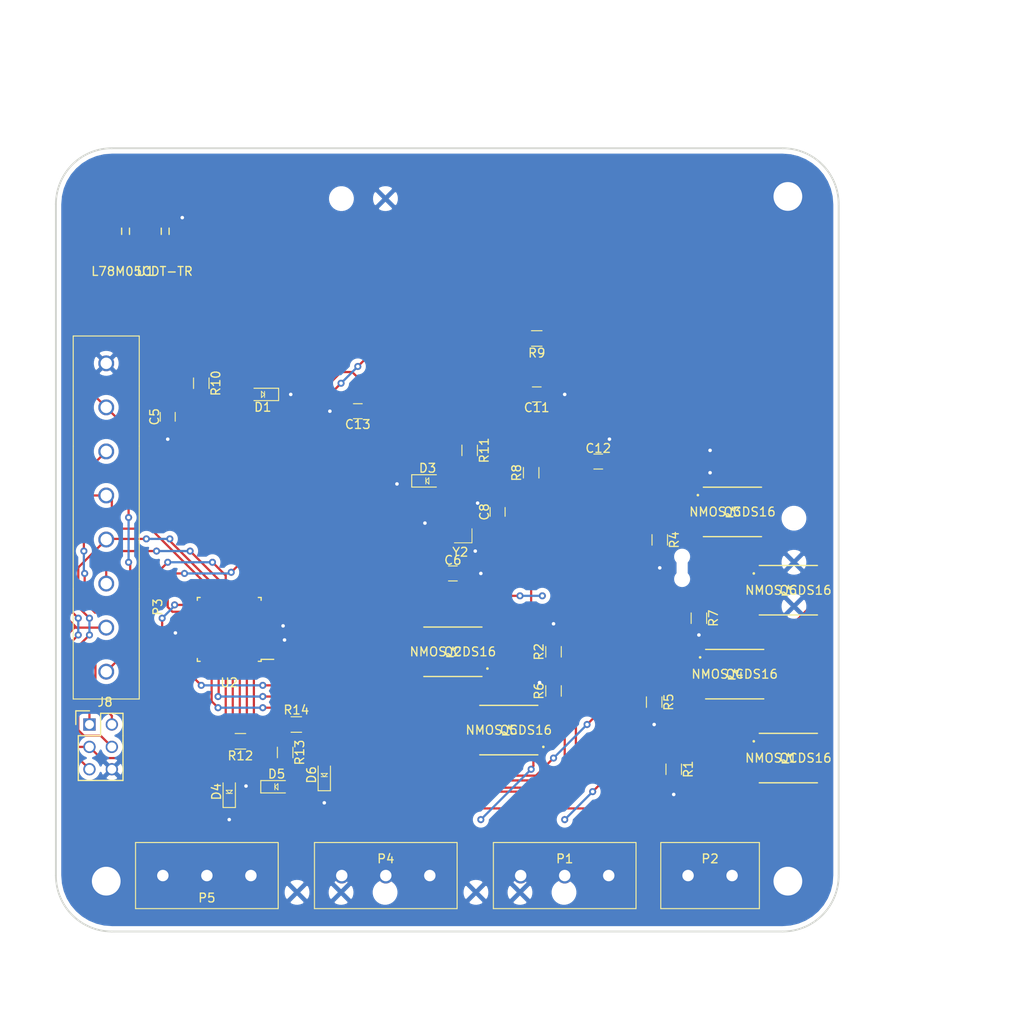
<source format=kicad_pcb>
(kicad_pcb (version 20171130) (host pcbnew 5.1.4-e60b266~84~ubuntu18.04.1)
  (layers (0 F.Cu signal) (31 B.Cu signal) (34 B.Paste user) (35 F.Paste user) (36 B.SilkS user) (37 F.SilkS user) (38 B.Mask user) (39 F.Mask user) (44 Edge.Cuts user))
  (net 0 "")
  (net 1 GND)
  (net 2 VCC)
  (net 3 /12V)
  (net 4 "Net-(C6-Pad1)")
  (net 5 "Net-(C8-Pad1)")
  (net 6 "Net-(C11-Pad2)")
  (net 7 "Net-(D1-Pad2)")
  (net 8 "Net-(D3-Pad2)")
  (net 9 "Net-(D4-Pad2)")
  (net 10 "Net-(D5-Pad2)")
  (net 11 "Net-(D6-Pad2)")
  (net 12 /MOSI)
  (net 13 /SCK)
  (net 14 /RESET)
  (net 15 /MISO)
  (net 16 /CS)
  (net 17 "/G0(IRQ)")
  (net 18 /ctrl_pin_1-1)
  (net 19 /ctrl_pin_2-1)
  (net 20 /ctrl_pin_3-1)
  (net 21 /ctrl_pin_1-2)
  (net 22 /ctrl_pin_2-2)
  (net 23 /ctrl_pin_3-2)
  (net 24 /PLED1)
  (net 25 /PLED2)
  (net 26 /PLED3)
  (net 27 /12V_Switch)
  (net 28 /12V_Solenoid1)
  (net 29 /12V_Solenoid2)
  (net 30 /12V_Solenoid3)
  (module footprints:Mounting_Hole_4-40 (layer F.Cu) (at 108.585 132.715)
    (fp_text reference REF** hide)
    (fp_text value Mounting_Hole_4-40 hide)
    (pad 1 thru_hole circle (at 0 0) (size 4.6482 4.6482) (drill 3.2639) (layers *.Cu *.Mask))
  )
  (module footprints:Mounting_Hole_4-40 (layer F.Cu) (at 186 132.715)
    (fp_text reference REF** hide)
    (fp_text value Mounting_Hole_4-40 hide)
    (pad 1 thru_hole circle (at 0 0) (size 4.6482 4.6482) (drill 3.2639) (layers *.Cu *.Mask))
  )
  (module footprints:Mounting_Hole_4-40 (layer F.Cu) (at 186 55)
    (fp_text reference REF** hide)
    (fp_text value Mounting_Hole_4-40 hide)
    (pad 1 thru_hole circle (at 0 0) (size 4.6482 4.6482) (drill 3.2639) (layers *.Cu *.Mask))
  )
  (module footprints:Pin_Header_Straight_2x03 (layer F.Cu) (at 106.68 114.935)
    (fp_text reference J8 (at 1.778 -2.54) (layer F.SilkS))
    (fp_text value CONN_02X03 hide)
    (pad 1 thru_hole rect (at 0 0) (size 1.4 1.4) (drill 1.016) (layers *.Cu *.Mask) (net 15 /MISO))
    (pad 2 thru_hole circle (at 2.54 0) (size 1.4 1.4) (drill 1.016) (layers *.Cu *.Mask) (net 2 VCC))
    (pad 3 thru_hole circle (at 0 2.54) (size 1.4 1.4) (drill 1.016) (layers *.Cu *.Mask) (net 13 /SCK))
    (pad 4 thru_hole circle (at 2.54 2.54) (size 1.4 1.4) (drill 1.016) (layers *.Cu *.Mask) (net 12 /MOSI))
    (pad 5 thru_hole circle (at 0 5.08) (size 1.4 1.4) (drill 1.016) (layers *.Cu *.Mask) (net 14 /RESET))
    (pad 6 thru_hole circle (at 2.54 5.08) (size 1.4 1.4) (drill 1.016) (layers *.Cu *.Mask) (net 1 GND))
  )
  (module footprints:OSTTC030162 (layer F.Cu) (at 120.015 132.08)
    (fp_text reference P5 (at 0 2.54) (layer F.SilkS))
    (fp_text value OSTTC03)
    (pad 2 thru_hole circle (at 0 0) (size 1.8 1.8) (drill 1.3) (layers *.Cu *.Mask) (net 1 GND))
    (pad 3 thru_hole circle (at 5 0) (size 1.8 1.8) (drill 1.3) (layers *.Cu *.Mask) (net 1 GND))
    (pad 1 thru_hole circle (at -5 0) (size 1.8 1.8) (drill 1.3) (layers *.Cu *.Mask) (net 30 /12V_Solenoid3))
  )
  (module footprints:OSTTC030162 (layer F.Cu) (at 140.335 132.08 180)
    (fp_text reference P4 (at 0 1.905) (layer F.SilkS))
    (fp_text value OSTTC03)
    (pad 2 thru_hole circle (at 0 0 180) (size 1.8 1.8) (drill 1.3) (layers *.Cu *.Mask) (net 1 GND))
    (pad 3 thru_hole circle (at 5 0 180) (size 1.8 1.8) (drill 1.3) (layers *.Cu *.Mask) (net 1 GND))
    (pad 1 thru_hole circle (at -5 0 180) (size 1.8 1.8) (drill 1.3) (layers *.Cu *.Mask) (net 29 /12V_Solenoid2))
  )
  (module footprints:OSTTC080162 (layer F.Cu) (at 108.585 91.44 270)
    (fp_text reference P3 (at 10.16 -5.85 90) (layer F.SilkS))
    (fp_text value OSTTC08)
    (pad 1 thru_hole circle (at -17.5 0 270) (size 1.8 1.8) (drill 1.3) (layers *.Cu *.Mask) (net 1 GND))
    (pad 2 thru_hole circle (at -12.5 0 270) (size 1.8 1.8) (drill 1.3) (layers *.Cu *.Mask) (net 2 VCC))
    (pad 8 thru_hole circle (at 17.5 0 270) (size 1.8 1.8) (drill 1.3) (layers *.Cu *.Mask) (net 17 "/G0(IRQ)"))
    (pad 7 thru_hole circle (at 12.5 0 270) (size 1.8 1.8) (drill 1.3) (layers *.Cu *.Mask) (net 14 /RESET))
    (pad 6 thru_hole circle (at 7.5 0 270) (size 1.8 1.8) (drill 1.3) (layers *.Cu *.Mask) (net 16 /CS))
    (pad 4 thru_hole circle (at -2.5 0 270) (size 1.8 1.8) (drill 1.3) (layers *.Cu *.Mask) (net 15 /MISO))
    (pad 5 thru_hole circle (at 2.5 0 270) (size 1.8 1.8) (drill 1.3) (layers *.Cu *.Mask) (net 12 /MOSI))
    (pad 3 thru_hole circle (at -7.5 0 270) (size 1.8 1.8) (drill 1.3) (layers *.Cu *.Mask) (net 13 /SCK))
  )
  (module footprints:OSTTC02 (layer F.Cu) (at 177.165 132.08)
    (fp_text reference P2 (at 0 -1.905) (layer F.SilkS))
    (fp_text value OSTTC02)
    (pad 1 thru_hole circle (at -2.5 0) (size 1.8 1.8) (drill 1.3) (layers *.Cu *.Mask))
    (pad 2 thru_hole circle (at 2.5 0) (size 1.8 1.8) (drill 1.3) (layers *.Cu *.Mask) (net 1 GND))
  )
  (module footprints:OSTTC030162 (layer F.Cu) (at 160.655 132.08 180)
    (fp_text reference P1 (at 0 1.905) (layer F.SilkS))
    (fp_text value OSTTC03)
    (pad 2 thru_hole circle (at 0 0 180) (size 1.8 1.8) (drill 1.3) (layers *.Cu *.Mask) (net 1 GND))
    (pad 3 thru_hole circle (at 5 0 180) (size 1.8 1.8) (drill 1.3) (layers *.Cu *.Mask) (net 1 GND))
    (pad 1 thru_hole circle (at -5 0 180) (size 1.8 1.8) (drill 1.3) (layers *.Cu *.Mask) (net 28 /12V_Solenoid1))
  )
  (module footprints:C_0805_OEM (layer F.Cu) (at 164.465 85.09)
    (fp_text reference C12 (at 0 -1.5) (layer F.SilkS))
    (fp_text value C_0.1uF hide)
    (pad 1 smd rect (at -1 0) (size 1 1.25) (layers F.Cu F.Paste F.Mask) (net 2 VCC))
    (pad 2 smd rect (at 1 0) (size 1 1.25) (layers F.Cu F.Paste F.Mask) (net 1 GND))
  )
  (module footprints:CSD16322Q5 (layer F.Cu) (at 186.055 99.695)
    (fp_text reference Q6 (at 0 0) (layer F.SilkS))
    (fp_text value NMOS_CDS16 (at 0 0) (layer F.SilkS))
    (fp_text user * (at 0 0) (layer F.SilkS))
    (pad 8 smd rect (at 2.794 -1.905) (size 0.7874 0.7112) (layers F.Cu F.Paste F.Mask) (net 27 /12V_Switch))
    (pad 7 smd rect (at 2.794 -0.635) (size 0.7874 0.7112) (layers F.Cu F.Paste F.Mask) (net 27 /12V_Switch))
    (pad 6 smd rect (at 2.794 0.635) (size 0.7874 0.7112) (layers F.Cu F.Paste F.Mask) (net 27 /12V_Switch))
    (pad 5 smd rect (at 2.794 1.905) (size 0.7874 0.7112) (layers F.Cu F.Paste F.Mask) (net 27 /12V_Switch))
    (pad 4 smd rect (at -2.794 1.905) (size 0.7874 0.7112) (layers F.Cu F.Paste F.Mask) (net 23 /ctrl_pin_3-2))
    (pad 3 smd rect (at -2.794 0.635) (size 0.7874 0.7112) (layers F.Cu F.Paste F.Mask) (net 30 /12V_Solenoid3))
    (pad 2 smd rect (at -2.794 -0.635) (size 0.7874 0.7112) (layers F.Cu F.Paste F.Mask) (net 30 /12V_Solenoid3))
    (pad 1 smd rect (at -2.794 -1.905) (size 0.7874 0.7112) (layers F.Cu F.Paste F.Mask) (net 30 /12V_Solenoid3))
  )
  (module footprints:CSD16322Q5 (layer F.Cu) (at 154.305 115.57 180)
    (fp_text reference Q5 (at 0 0) (layer F.SilkS))
    (fp_text value NMOS_CDS16 (at 0 0) (layer F.SilkS))
    (fp_text user * (at 0 0) (layer F.SilkS))
    (pad 8 smd rect (at 2.794 -1.905 180) (size 0.7874 0.7112) (layers F.Cu F.Paste F.Mask) (net 27 /12V_Switch))
    (pad 7 smd rect (at 2.794 -0.635 180) (size 0.7874 0.7112) (layers F.Cu F.Paste F.Mask) (net 27 /12V_Switch))
    (pad 6 smd rect (at 2.794 0.635 180) (size 0.7874 0.7112) (layers F.Cu F.Paste F.Mask) (net 27 /12V_Switch))
    (pad 5 smd rect (at 2.794 1.905 180) (size 0.7874 0.7112) (layers F.Cu F.Paste F.Mask) (net 27 /12V_Switch))
    (pad 4 smd rect (at -2.794 1.905 180) (size 0.7874 0.7112) (layers F.Cu F.Paste F.Mask) (net 22 /ctrl_pin_2-2))
    (pad 3 smd rect (at -2.794 0.635 180) (size 0.7874 0.7112) (layers F.Cu F.Paste F.Mask) (net 29 /12V_Solenoid2))
    (pad 2 smd rect (at -2.794 -0.635 180) (size 0.7874 0.7112) (layers F.Cu F.Paste F.Mask) (net 29 /12V_Solenoid2))
    (pad 1 smd rect (at -2.794 -1.905 180) (size 0.7874 0.7112) (layers F.Cu F.Paste F.Mask) (net 29 /12V_Solenoid2))
  )
  (module footprints:CSD16322Q5 (layer F.Cu) (at 179.959 109.22)
    (fp_text reference Q4 (at 0 0) (layer F.SilkS))
    (fp_text value NMOS_CDS16 (at 0 0) (layer F.SilkS))
    (fp_text user * (at 0 0) (layer F.SilkS))
    (pad 8 smd rect (at 2.794 -1.905) (size 0.7874 0.7112) (layers F.Cu F.Paste F.Mask) (net 27 /12V_Switch))
    (pad 7 smd rect (at 2.794 -0.635) (size 0.7874 0.7112) (layers F.Cu F.Paste F.Mask) (net 27 /12V_Switch))
    (pad 6 smd rect (at 2.794 0.635) (size 0.7874 0.7112) (layers F.Cu F.Paste F.Mask) (net 27 /12V_Switch))
    (pad 5 smd rect (at 2.794 1.905) (size 0.7874 0.7112) (layers F.Cu F.Paste F.Mask) (net 27 /12V_Switch))
    (pad 4 smd rect (at -2.794 1.905) (size 0.7874 0.7112) (layers F.Cu F.Paste F.Mask) (net 21 /ctrl_pin_1-2))
    (pad 3 smd rect (at -2.794 0.635) (size 0.7874 0.7112) (layers F.Cu F.Paste F.Mask) (net 28 /12V_Solenoid1))
    (pad 2 smd rect (at -2.794 -0.635) (size 0.7874 0.7112) (layers F.Cu F.Paste F.Mask) (net 28 /12V_Solenoid1))
    (pad 1 smd rect (at -2.794 -1.905) (size 0.7874 0.7112) (layers F.Cu F.Paste F.Mask) (net 28 /12V_Solenoid1))
  )
  (module footprints:CSD16322Q5 (layer F.Cu) (at 179.705 90.805)
    (fp_text reference Q3 (at 0 0) (layer F.SilkS))
    (fp_text value NMOS_CDS16 (at 0 0) (layer F.SilkS))
    (fp_text user * (at 0 0) (layer F.SilkS))
    (pad 8 smd rect (at 2.794 -1.905) (size 0.7874 0.7112) (layers F.Cu F.Paste F.Mask) (net 27 /12V_Switch))
    (pad 7 smd rect (at 2.794 -0.635) (size 0.7874 0.7112) (layers F.Cu F.Paste F.Mask) (net 27 /12V_Switch))
    (pad 6 smd rect (at 2.794 0.635) (size 0.7874 0.7112) (layers F.Cu F.Paste F.Mask) (net 27 /12V_Switch))
    (pad 5 smd rect (at 2.794 1.905) (size 0.7874 0.7112) (layers F.Cu F.Paste F.Mask) (net 27 /12V_Switch))
    (pad 4 smd rect (at -2.794 1.905) (size 0.7874 0.7112) (layers F.Cu F.Paste F.Mask) (net 20 /ctrl_pin_3-1))
    (pad 3 smd rect (at -2.794 0.635) (size 0.7874 0.7112) (layers F.Cu F.Paste F.Mask) (net 30 /12V_Solenoid3))
    (pad 2 smd rect (at -2.794 -0.635) (size 0.7874 0.7112) (layers F.Cu F.Paste F.Mask) (net 30 /12V_Solenoid3))
    (pad 1 smd rect (at -2.794 -1.905) (size 0.7874 0.7112) (layers F.Cu F.Paste F.Mask) (net 30 /12V_Solenoid3))
  )
  (module footprints:CSD16322Q5 (layer F.Cu) (at 147.955 106.68 180)
    (fp_text reference Q2 (at 0 0) (layer F.SilkS))
    (fp_text value NMOS_CDS16 (at 0 0) (layer F.SilkS))
    (fp_text user * (at 0 0) (layer F.SilkS))
    (pad 8 smd rect (at 2.794 -1.905 180) (size 0.7874 0.7112) (layers F.Cu F.Paste F.Mask) (net 27 /12V_Switch))
    (pad 7 smd rect (at 2.794 -0.635 180) (size 0.7874 0.7112) (layers F.Cu F.Paste F.Mask) (net 27 /12V_Switch))
    (pad 6 smd rect (at 2.794 0.635 180) (size 0.7874 0.7112) (layers F.Cu F.Paste F.Mask) (net 27 /12V_Switch))
    (pad 5 smd rect (at 2.794 1.905 180) (size 0.7874 0.7112) (layers F.Cu F.Paste F.Mask) (net 27 /12V_Switch))
    (pad 4 smd rect (at -2.794 1.905 180) (size 0.7874 0.7112) (layers F.Cu F.Paste F.Mask) (net 19 /ctrl_pin_2-1))
    (pad 3 smd rect (at -2.794 0.635 180) (size 0.7874 0.7112) (layers F.Cu F.Paste F.Mask) (net 29 /12V_Solenoid2))
    (pad 2 smd rect (at -2.794 -0.635 180) (size 0.7874 0.7112) (layers F.Cu F.Paste F.Mask) (net 29 /12V_Solenoid2))
    (pad 1 smd rect (at -2.794 -1.905 180) (size 0.7874 0.7112) (layers F.Cu F.Paste F.Mask) (net 29 /12V_Solenoid2))
  )
  (module footprints:CSD16322Q5 (layer F.Cu) (at 186.055 118.745)
    (fp_text reference Q1 (at 0 0) (layer F.SilkS))
    (fp_text value NMOS_CDS16 (at 0 0) (layer F.SilkS))
    (fp_text user * (at 0 0) (layer F.SilkS))
    (pad 8 smd rect (at 2.794 -1.905) (size 0.7874 0.7112) (layers F.Cu F.Paste F.Mask) (net 27 /12V_Switch))
    (pad 7 smd rect (at 2.794 -0.635) (size 0.7874 0.7112) (layers F.Cu F.Paste F.Mask) (net 27 /12V_Switch))
    (pad 6 smd rect (at 2.794 0.635) (size 0.7874 0.7112) (layers F.Cu F.Paste F.Mask) (net 27 /12V_Switch))
    (pad 5 smd rect (at 2.794 1.905) (size 0.7874 0.7112) (layers F.Cu F.Paste F.Mask) (net 27 /12V_Switch))
    (pad 4 smd rect (at -2.794 1.905) (size 0.7874 0.7112) (layers F.Cu F.Paste F.Mask) (net 18 /ctrl_pin_1-1))
    (pad 3 smd rect (at -2.794 0.635) (size 0.7874 0.7112) (layers F.Cu F.Paste F.Mask) (net 28 /12V_Solenoid1))
    (pad 2 smd rect (at -2.794 -0.635) (size 0.7874 0.7112) (layers F.Cu F.Paste F.Mask) (net 28 /12V_Solenoid1))
    (pad 1 smd rect (at -2.794 -1.905) (size 0.7874 0.7112) (layers F.Cu F.Paste F.Mask) (net 28 /12V_Solenoid1))
  )
  (module footprints:C_0805_OEM (layer F.Cu) (at 137.16 79.375 180)
    (fp_text reference C13 (at 0 -1.5) (layer F.SilkS))
    (fp_text value C_0.1uF hide)
    (pad 2 smd rect (at 1 0 180) (size 1 1.25) (layers F.Cu F.Paste F.Mask) (net 1 GND))
    (pad 1 smd rect (at -1 0 180) (size 1 1.25) (layers F.Cu F.Paste F.Mask) (net 2 VCC))
  )
  (module footprints:C_0805_OEM (layer F.Cu) (at 115.57 80.01 90)
    (fp_text reference C5 (at 0 -1.5 90) (layer F.SilkS))
    (fp_text value C_0.33uF hide)
    (pad 2 smd rect (at 1 0 90) (size 1 1.25) (layers F.Cu F.Paste F.Mask) (net 3 /12V))
    (pad 1 smd rect (at -1 0 90) (size 1 1.25) (layers F.Cu F.Paste F.Mask) (net 1 GND))
  )
  (module footprints:C_0805_OEM (layer F.Cu) (at 147.955 97.79)
    (fp_text reference C6 (at 0 -1.5) (layer F.SilkS))
    (fp_text value C_30pF hide)
    (pad 1 smd rect (at -1 0) (size 1 1.25) (layers F.Cu F.Paste F.Mask) (net 4 "Net-(C6-Pad1)"))
    (pad 2 smd rect (at 1 0) (size 1 1.25) (layers F.Cu F.Paste F.Mask) (net 1 GND))
  )
  (module footprints:C_0805_OEM (layer F.Cu) (at 153.035 90.805 90)
    (fp_text reference C8 (at 0 -1.5 90) (layer F.SilkS))
    (fp_text value C_30pF hide)
    (pad 2 smd rect (at 1 0 90) (size 1 1.25) (layers F.Cu F.Paste F.Mask) (net 1 GND))
    (pad 1 smd rect (at -1 0 90) (size 1 1.25) (layers F.Cu F.Paste F.Mask) (net 5 "Net-(C8-Pad1)"))
  )
  (module footprints:C_0805_OEM (layer F.Cu) (at 157.48 77.47 180)
    (fp_text reference C11 (at 0 -1.5) (layer F.SilkS))
    (fp_text value C_100pF hide)
    (pad 2 smd rect (at 1 0 180) (size 1 1.25) (layers F.Cu F.Paste F.Mask) (net 6 "Net-(C11-Pad2)"))
    (pad 1 smd rect (at -1 0 180) (size 1 1.25) (layers F.Cu F.Paste F.Mask) (net 1 GND))
  )
  (module footprints:LED_0805_OEM (layer F.Cu) (at 126.365 77.47 180)
    (fp_text reference D1 (at 0 -1.45) (layer F.SilkS))
    (fp_text value LED_0805 hide)
    (pad 1 smd rect (at -1.1 0) (size 1.2 1.2) (layers F.Cu F.Paste F.Mask) (net 1 GND))
    (pad 2 smd rect (at 1.1 0) (size 1.2 1.2) (layers F.Cu F.Paste F.Mask) (net 7 "Net-(D1-Pad2)"))
  )
  (module footprints:LED_0805_OEM (layer F.Cu) (at 145.080001 87.285001)
    (fp_text reference D3 (at 0 -1.45) (layer F.SilkS))
    (fp_text value LED_0805 hide)
    (pad 2 smd rect (at 1.1 0 180) (size 1.2 1.2) (layers F.Cu F.Paste F.Mask) (net 8 "Net-(D3-Pad2)"))
    (pad 1 smd rect (at -1.1 0 180) (size 1.2 1.2) (layers F.Cu F.Paste F.Mask) (net 1 GND))
  )
  (module footprints:LED_0805_OEM (layer F.Cu) (at 122.555 122.555 90)
    (fp_text reference D4 (at 0 -1.45 90) (layer F.SilkS))
    (fp_text value LED_0805 hide)
    (pad 2 smd rect (at 1.1 0 270) (size 1.2 1.2) (layers F.Cu F.Paste F.Mask) (net 9 "Net-(D4-Pad2)"))
    (pad 1 smd rect (at -1.1 0 270) (size 1.2 1.2) (layers F.Cu F.Paste F.Mask) (net 1 GND))
  )
  (module footprints:LED_0805_OEM (layer F.Cu) (at 127.935001 122.000001)
    (fp_text reference D5 (at 0 -1.45) (layer F.SilkS))
    (fp_text value LED_0805 hide)
    (pad 1 smd rect (at -1.1 0 180) (size 1.2 1.2) (layers F.Cu F.Paste F.Mask) (net 1 GND))
    (pad 2 smd rect (at 1.1 0 180) (size 1.2 1.2) (layers F.Cu F.Paste F.Mask) (net 10 "Net-(D5-Pad2)"))
  )
  (module footprints:LED_0805_OEM (layer F.Cu) (at 133.35 120.65 90)
    (fp_text reference D6 (at 0 -1.45 90) (layer F.SilkS))
    (fp_text value LED_0805 hide)
    (pad 2 smd rect (at 1.1 0 270) (size 1.2 1.2) (layers F.Cu F.Paste F.Mask) (net 11 "Net-(D6-Pad2)"))
    (pad 1 smd rect (at -1.1 0 270) (size 1.2 1.2) (layers F.Cu F.Paste F.Mask) (net 1 GND))
  )
  (module footprints:R_0805_OEM (layer F.Cu) (at 173.035 120.015 270)
    (fp_text reference R1 (at 0 -1.65 90) (layer F.SilkS))
    (fp_text value R_1K hide)
    (pad 2 smd rect (at 0.95 0 270) (size 0.7 1.3) (layers F.Cu F.Paste F.Mask) (net 1 GND))
    (pad 1 smd rect (at -0.95 0 270) (size 0.7 1.3) (layers F.Cu F.Paste F.Mask) (net 18 /ctrl_pin_1-1))
  )
  (module footprints:R_0805_OEM (layer F.Cu) (at 159.385 106.68 90)
    (fp_text reference R2 (at 0 -1.65 90) (layer F.SilkS))
    (fp_text value R_1K hide)
    (pad 2 smd rect (at 0.95 0 90) (size 0.7 1.3) (layers F.Cu F.Paste F.Mask) (net 1 GND))
    (pad 1 smd rect (at -0.95 0 90) (size 0.7 1.3) (layers F.Cu F.Paste F.Mask) (net 19 /ctrl_pin_2-1))
  )
  (module footprints:R_0805_OEM (layer F.Cu) (at 171.45 93.98 270)
    (fp_text reference R4 (at 0 -1.65 90) (layer F.SilkS))
    (fp_text value R_1K hide)
    (pad 2 smd rect (at 0.95 0 270) (size 0.7 1.3) (layers F.Cu F.Paste F.Mask) (net 1 GND))
    (pad 1 smd rect (at -0.95 0 270) (size 0.7 1.3) (layers F.Cu F.Paste F.Mask) (net 20 /ctrl_pin_3-1))
  )
  (module footprints:R_0805_OEM (layer F.Cu) (at 170.815 112.395 270)
    (fp_text reference R5 (at 0 -1.65 90) (layer F.SilkS))
    (fp_text value R_1K hide)
    (pad 2 smd rect (at 0.95 0 270) (size 0.7 1.3) (layers F.Cu F.Paste F.Mask) (net 1 GND))
    (pad 1 smd rect (at -0.95 0 270) (size 0.7 1.3) (layers F.Cu F.Paste F.Mask) (net 21 /ctrl_pin_1-2))
  )
  (module footprints:R_0805_OEM (layer F.Cu) (at 159.385 111.125 90)
    (fp_text reference R6 (at 0 -1.65 90) (layer F.SilkS))
    (fp_text value R_1K hide)
    (pad 1 smd rect (at -0.95 0 90) (size 0.7 1.3) (layers F.Cu F.Paste F.Mask) (net 22 /ctrl_pin_2-2))
    (pad 2 smd rect (at 0.95 0 90) (size 0.7 1.3) (layers F.Cu F.Paste F.Mask) (net 1 GND))
  )
  (module footprints:R_0805_OEM (layer F.Cu) (at 175.895 102.87 270)
    (fp_text reference R7 (at 0 -1.65 90) (layer F.SilkS))
    (fp_text value R_1K hide)
    (pad 2 smd rect (at 0.95 0 270) (size 0.7 1.3) (layers F.Cu F.Paste F.Mask) (net 1 GND))
    (pad 1 smd rect (at -0.95 0 270) (size 0.7 1.3) (layers F.Cu F.Paste F.Mask) (net 23 /ctrl_pin_3-2))
  )
  (module footprints:R_0805_OEM (layer F.Cu) (at 156.845 86.36 90)
    (fp_text reference R8 (at 0 -1.65 90) (layer F.SilkS))
    (fp_text value R_10K hide)
    (pad 1 smd rect (at -0.95 0 90) (size 0.7 1.3) (layers F.Cu F.Paste F.Mask) (net 14 /RESET))
    (pad 2 smd rect (at 0.95 0 90) (size 0.7 1.3) (layers F.Cu F.Paste F.Mask) (net 2 VCC))
  )
  (module footprints:R_0805_OEM (layer F.Cu) (at 157.48 71.12 180)
    (fp_text reference R9 (at 0 -1.65) (layer F.SilkS))
    (fp_text value R_100 hide)
    (pad 1 smd rect (at -0.95 0 180) (size 0.7 1.3) (layers F.Cu F.Paste F.Mask) (net 6 "Net-(C11-Pad2)"))
    (pad 2 smd rect (at 0.95 0 180) (size 0.7 1.3) (layers F.Cu F.Paste F.Mask) (net 2 VCC))
  )
  (module footprints:R_0805_OEM (layer F.Cu) (at 119.38 76.2 270)
    (fp_text reference R10 (at 0 -1.65 90) (layer F.SilkS))
    (fp_text value R_499 hide)
    (pad 1 smd rect (at -0.95 0 270) (size 0.7 1.3) (layers F.Cu F.Paste F.Mask) (net 3 /12V))
    (pad 2 smd rect (at 0.95 0 270) (size 0.7 1.3) (layers F.Cu F.Paste F.Mask) (net 7 "Net-(D1-Pad2)"))
  )
  (module footprints:R_0805_OEM (layer F.Cu) (at 149.86 83.82 270)
    (fp_text reference R11 (at 0 -1.65 90) (layer F.SilkS))
    (fp_text value R_200 hide)
    (pad 2 smd rect (at 0.95 0 270) (size 0.7 1.3) (layers F.Cu F.Paste F.Mask) (net 8 "Net-(D3-Pad2)"))
    (pad 1 smd rect (at -0.95 0 270) (size 0.7 1.3) (layers F.Cu F.Paste F.Mask) (net 2 VCC))
  )
  (module footprints:R_0805_OEM (layer F.Cu) (at 123.825 116.84 180)
    (fp_text reference R12 (at 0 -1.65) (layer F.SilkS))
    (fp_text value R_200 hide)
    (pad 1 smd rect (at -0.95 0 180) (size 0.7 1.3) (layers F.Cu F.Paste F.Mask) (net 24 /PLED1))
    (pad 2 smd rect (at 0.95 0 180) (size 0.7 1.3) (layers F.Cu F.Paste F.Mask) (net 9 "Net-(D4-Pad2)"))
  )
  (module footprints:R_0805_OEM (layer F.Cu) (at 128.905 118.11 270)
    (fp_text reference R13 (at 0 -1.65 90) (layer F.SilkS))
    (fp_text value R_200 hide)
    (pad 2 smd rect (at 0.95 0 270) (size 0.7 1.3) (layers F.Cu F.Paste F.Mask) (net 10 "Net-(D5-Pad2)"))
    (pad 1 smd rect (at -0.95 0 270) (size 0.7 1.3) (layers F.Cu F.Paste F.Mask) (net 25 /PLED2))
  )
  (module footprints:R_0805_OEM (layer F.Cu) (at 130.175 114.935)
    (fp_text reference R14 (at 0 -1.65) (layer F.SilkS))
    (fp_text value R_200 hide)
    (pad 1 smd rect (at -0.95 0) (size 0.7 1.3) (layers F.Cu F.Paste F.Mask) (net 26 /PLED3))
    (pad 2 smd rect (at 0.95 0) (size 0.7 1.3) (layers F.Cu F.Paste F.Mask) (net 11 "Net-(D6-Pad2)"))
  )
  (module footprints:L78M05CDT-TR (layer F.Cu) (at 113.03 63.5 180)
    (fp_text reference U1 (at 0 0) (layer F.SilkS))
    (fp_text value "L78M05CDT-TR " (at 0 0) (layer F.SilkS))
    (pad 3 smd rect (at 0 0 180) (size 6.6548 7.7216) (layers F.Cu F.Paste F.Mask) (net 3 /12V))
    (pad 2 smd rect (at 2.250001 6.1087 180) (size 0.9398 1.7018) (layers F.Cu F.Paste F.Mask) (net 2 VCC))
    (pad 1 smd rect (at -2.250001 6.1087 180) (size 0.9398 1.7018) (layers F.Cu F.Paste F.Mask) (net 1 GND))
  )
  (module Package_QFP:TQFP-32_7x7mm_P0.8mm (layer F.Cu) (at 122.555 104.14 180)
    (fp_text reference U2 (at 0 -6.05) (layer F.SilkS))
    (fp_text value ATmega328P-AU)
    (pad 32 smd rect (at -2.8 -4.25 270) (size 1.6 0.55) (layers F.Cu F.Paste F.Mask) (net 26 /PLED3))
    (pad 31 smd rect (at -2 -4.25 270) (size 1.6 0.55) (layers F.Cu F.Paste F.Mask) (net 25 /PLED2))
    (pad 30 smd rect (at -1.2 -4.25 270) (size 1.6 0.55) (layers F.Cu F.Paste F.Mask) (net 24 /PLED1))
    (pad 29 smd rect (at -0.4 -4.25 270) (size 1.6 0.55) (layers F.Cu F.Paste F.Mask) (net 14 /RESET))
    (pad 28 smd rect (at 0.4 -4.25 270) (size 1.6 0.55) (layers F.Cu F.Paste F.Mask) (net 23 /ctrl_pin_3-2))
    (pad 27 smd rect (at 1.2 -4.25 270) (size 1.6 0.55) (layers F.Cu F.Paste F.Mask) (net 20 /ctrl_pin_3-1))
    (pad 26 smd rect (at 2 -4.25 270) (size 1.6 0.55) (layers F.Cu F.Paste F.Mask) (net 22 /ctrl_pin_2-2))
    (pad 25 smd rect (at 2.8 -4.25 270) (size 1.6 0.55) (layers F.Cu F.Paste F.Mask) (net 19 /ctrl_pin_2-1))
    (pad 24 smd rect (at 4.25 -2.8 180) (size 1.6 0.55) (layers F.Cu F.Paste F.Mask) (net 21 /ctrl_pin_1-2))
    (pad 23 smd rect (at 4.25 -2 180) (size 1.6 0.55) (layers F.Cu F.Paste F.Mask) (net 18 /ctrl_pin_1-1))
    (pad 22 smd rect (at 4.25 -1.2 180) (size 1.6 0.55) (layers F.Cu F.Paste F.Mask))
    (pad 21 smd rect (at 4.25 -0.4 180) (size 1.6 0.55) (layers F.Cu F.Paste F.Mask) (net 1 GND))
    (pad 20 smd rect (at 4.25 0.4 180) (size 1.6 0.55) (layers F.Cu F.Paste F.Mask))
    (pad 19 smd rect (at 4.25 1.2 180) (size 1.6 0.55) (layers F.Cu F.Paste F.Mask))
    (pad 18 smd rect (at 4.25 2 180) (size 1.6 0.55) (layers F.Cu F.Paste F.Mask) (net 6 "Net-(C11-Pad2)"))
    (pad 17 smd rect (at 4.25 2.8 180) (size 1.6 0.55) (layers F.Cu F.Paste F.Mask) (net 13 /SCK))
    (pad 16 smd rect (at 2.8 4.25 270) (size 1.6 0.55) (layers F.Cu F.Paste F.Mask) (net 15 /MISO))
    (pad 15 smd rect (at 2 4.25 270) (size 1.6 0.55) (layers F.Cu F.Paste F.Mask) (net 12 /MOSI))
    (pad 14 smd rect (at 1.2 4.25 270) (size 1.6 0.55) (layers F.Cu F.Paste F.Mask) (net 16 /CS))
    (pad 13 smd rect (at 0.4 4.25 270) (size 1.6 0.55) (layers F.Cu F.Paste F.Mask) (net 17 "/G0(IRQ)"))
    (pad 12 smd rect (at -0.4 4.25 270) (size 1.6 0.55) (layers F.Cu F.Paste F.Mask))
    (pad 11 smd rect (at -1.2 4.25 270) (size 1.6 0.55) (layers F.Cu F.Paste F.Mask))
    (pad 10 smd rect (at -2 4.25 270) (size 1.6 0.55) (layers F.Cu F.Paste F.Mask))
    (pad 9 smd rect (at -2.8 4.25 270) (size 1.6 0.55) (layers F.Cu F.Paste F.Mask))
    (pad 8 smd rect (at -4.25 2.8 180) (size 1.6 0.55) (layers F.Cu F.Paste F.Mask) (net 5 "Net-(C8-Pad1)"))
    (pad 7 smd rect (at -4.25 2 180) (size 1.6 0.55) (layers F.Cu F.Paste F.Mask) (net 4 "Net-(C6-Pad1)"))
    (pad 6 smd rect (at -4.25 1.2 180) (size 1.6 0.55) (layers F.Cu F.Paste F.Mask) (net 2 VCC))
    (pad 5 smd rect (at -4.25 0.4 180) (size 1.6 0.55) (layers F.Cu F.Paste F.Mask) (net 1 GND))
    (pad 4 smd rect (at -4.25 -0.4 180) (size 1.6 0.55) (layers F.Cu F.Paste F.Mask) (net 2 VCC))
    (pad 3 smd rect (at -4.25 -1.2 180) (size 1.6 0.55) (layers F.Cu F.Paste F.Mask) (net 1 GND))
    (pad 2 smd rect (at -4.25 -2 180) (size 1.6 0.55) (layers F.Cu F.Paste F.Mask))
    (pad 1 smd rect (at -4.25 -2.8 180) (size 1.6 0.55) (layers F.Cu F.Paste F.Mask))
  )
  (module footprints:Crystal_SMD_FA238 (layer F.Cu) (at 148.125 92.71 180)
    (fp_text reference Y2 (at -0.67564 -2.66192) (layer F.SilkS))
    (fp_text value Crystal_SMD hide)
    (pad 1 smd rect (at -1.1 0.8 180) (size 1.4 1.2) (layers F.Cu F.Mask) (net 5 "Net-(C8-Pad1)"))
    (pad 2 smd rect (at 1.1 0.8 180) (size 1.4 1.2) (layers F.Cu F.Mask) (net 1 GND))
    (pad 3 smd rect (at 1.1 -0.8 180) (size 1.4 1.2) (layers F.Cu F.Mask) (net 4 "Net-(C6-Pad1)"))
    (pad 4 smd rect (at -1.1 -0.8 180) (size 1.4 1.2) (layers F.Cu F.Mask) (net 1 GND))
  )
  (gr_line (start 102.870001 132.08) (end 102.870001 55.88) (layer Edge.Cuts) (width 0.2))
  (gr_arc (start 185.420001 55.88) (end 191.770001 55.88) (angle -90) (layer Edge.Cuts) (width 0.2))
  (gr_arc (start 109.220001 55.88) (end 109.220001 49.530001) (angle -90) (layer Edge.Cuts) (width 0.2))
  (gr_line (start 109.220001 49.530001) (end 185.420001 49.530001) (layer Edge.Cuts) (width 0.2))
  (gr_arc (start 109.220001 132.08) (end 102.870001 132.08) (angle -90) (layer Edge.Cuts) (width 0.2))
  (gr_arc (start 185.420001 132.08) (end 185.420001 138.43) (angle -90) (layer Edge.Cuts) (width 0.2))
  (gr_line (start 109.220001 138.43) (end 185.420001 138.43) (layer Edge.Cuts) (width 0.2))
  (gr_line (start 191.77 132.08) (end 191.77 55.88) (layer Edge.Cuts) (width 0.2))
  (segment (start 149.125 93.51) (end 148.955 93.68) (width 0.25) (layer F.Cu) (net 1))
  (segment (start 149.225 93.51) (end 149.125 93.51) (width 0.25) (layer F.Cu) (net 1))
  (segment (start 175.895 103.82) (end 175.895 105.41) (width 0.25) (layer F.Cu) (net 1))
  (via (at 175.895 104.775) (size 0.8) (drill 0.4) (layers F.Cu B.Cu) (net 1))
  (segment (start 122.555 123.655) (end 122.555 125.73) (width 0.25) (layer F.Cu) (net 1))
  (segment (start 122.555 125.73) (end 122.555 125.73) (width 0.25) (layer F.Cu) (net 1))
  (via (at 122.555 125.73) (size 0.8) (drill 0.4) (layers F.Cu B.Cu) (net 1))
  (via (at 129.54 77.47) (size 0.8) (drill 0.4) (layers F.Cu B.Cu) (net 1))
  (via (at 170.815 114.935) (size 0.8) (drill 0.4) (layers F.Cu B.Cu) (net 1))
  (via (at 115.57 82.55) (size 0.8) (drill 0.4) (layers F.Cu B.Cu) (net 1))
  (via (at 117.221 57.404) (size 0.8) (drill 0.4) (layers F.Cu B.Cu) (net 1))
  (segment (start 115.57 81.01) (end 115.57 82.55) (width 0.25) (layer F.Cu) (net 1))
  (segment (start 127.465 77.47) (end 129.54 77.47) (width 0.25) (layer F.Cu) (net 1))
  (via (at 133.985 79.375) (size 0.8) (drill 0.4) (layers F.Cu B.Cu) (net 1))
  (segment (start 136.16 79.375) (end 133.985 79.375) (width 0.25) (layer F.Cu) (net 1))
  (segment (start 117.2083 57.3913) (end 117.221 57.404) (width 0.25) (layer F.Cu) (net 1))
  (segment (start 115.280001 57.3913) (end 117.2083 57.3913) (width 0.25) (layer F.Cu) (net 1))
  (via (at 159.385 103.505) (size 0.8) (drill 0.4) (layers F.Cu B.Cu) (net 1))
  (segment (start 159.385 105.73) (end 159.385 103.505) (width 0.25) (layer F.Cu) (net 1))
  (via (at 165.735 82.55) (size 0.8) (drill 0.4) (layers F.Cu B.Cu) (net 1))
  (via (at 171.45 97.155) (size 0.8) (drill 0.4) (layers F.Cu B.Cu) (net 1))
  (segment (start 171.45 94.93) (end 171.45 97.155) (width 0.25) (layer F.Cu) (net 1))
  (via (at 133.35 123.825) (size 0.8) (drill 0.4) (layers F.Cu B.Cu) (net 1))
  (segment (start 133.35 121.75) (end 133.35 123.825) (width 0.25) (layer F.Cu) (net 1))
  (segment (start 153.035 89.805) (end 150.765 89.805) (width 0.25) (layer F.Cu) (net 1))
  (segment (start 150.765 89.805) (end 150.765 89.805) (width 0.25) (layer F.Cu) (net 1))
  (via (at 150.765 89.805) (size 0.8) (drill 0.4) (layers F.Cu B.Cu) (net 1))
  (via (at 144.78 92.075) (size 0.8) (drill 0.4) (layers F.Cu B.Cu) (net 1))
  (via (at 160.655 77.47) (size 0.8) (drill 0.4) (layers F.Cu B.Cu) (net 1))
  (via (at 151.13 97.79) (size 0.8) (drill 0.4) (layers F.Cu B.Cu) (net 1))
  (via (at 150.495 95.25) (size 0.8) (drill 0.4) (layers F.Cu B.Cu) (net 1))
  (segment (start 158.48 77.47) (end 160.655 77.47) (width 0.25) (layer F.Cu) (net 1))
  (segment (start 146.86 92.075) (end 147.025 91.91) (width 0.25) (layer F.Cu) (net 1))
  (segment (start 144.78 92.075) (end 146.86 92.075) (width 0.25) (layer F.Cu) (net 1))
  (segment (start 149.225 93.98) (end 150.495 95.25) (width 0.25) (layer F.Cu) (net 1))
  (segment (start 149.225 93.51) (end 149.225 93.98) (width 0.25) (layer F.Cu) (net 1))
  (segment (start 148.955 97.79) (end 151.13 97.79) (width 0.25) (layer F.Cu) (net 1))
  (via (at 124.46 121.92) (size 0.8) (drill 0.4) (layers F.Cu B.Cu) (net 1))
  (via (at 141.605 87.63) (size 0.8) (drill 0.4) (layers F.Cu B.Cu) (net 1))
  (segment (start 126.835001 122.000001) (end 124.540001 122.000001) (width 0.25) (layer F.Cu) (net 1))
  (segment (start 141.949999 87.285001) (end 141.605 87.63) (width 0.25) (layer F.Cu) (net 1))
  (segment (start 143.980001 87.285001) (end 141.949999 87.285001) (width 0.25) (layer F.Cu) (net 1))
  (segment (start 126.805 103.74) (end 128.67 103.74) (width 0.25) (layer F.Cu) (net 1))
  (segment (start 126.805 105.34) (end 128.835 105.34) (width 0.25) (layer F.Cu) (net 1))
  (segment (start 128.67 103.74) (end 128.67 103.74) (width 0.25) (layer F.Cu) (net 1))
  (via (at 128.67 103.74) (size 0.8) (drill 0.4) (layers F.Cu B.Cu) (net 1))
  (segment (start 128.835 105.34) (end 128.835 105.34) (width 0.25) (layer F.Cu) (net 1))
  (via (at 128.835 105.34) (size 0.8) (drill 0.4) (layers F.Cu B.Cu) (net 1))
  (segment (start 118.305 104.54) (end 116.44 104.54) (width 0.25) (layer F.Cu) (net 1))
  (segment (start 116.44 104.54) (end 116.44 104.54) (width 0.25) (layer F.Cu) (net 1))
  (via (at 116.44 104.54) (size 0.8) (drill 0.4) (layers F.Cu B.Cu) (net 1))
  (segment (start 165.465 85.09) (end 165.465 82.82) (width 0.25) (layer F.Cu) (net 1))
  (segment (start 165.465 82.82) (end 165.735 82.55) (width 0.25) (layer F.Cu) (net 1))
  (segment (start 159.385 110.175) (end 157.8 110.175) (width 0.25) (layer F.Cu) (net 1))
  (segment (start 157.8 110.175) (end 157.8 110.175) (width 0.25) (layer F.Cu) (net 1))
  (via (at 157.8 110.175) (size 0.8) (drill 0.4) (layers F.Cu B.Cu) (net 1))
  (segment (start 170.815 113.345) (end 170.815 114.935) (width 0.25) (layer F.Cu) (net 1))
  (segment (start 173.035 120.965) (end 173.035 122.24) (width 0.25) (layer F.Cu) (net 1))
  (segment (start 173.035 122.24) (end 173.035 122.875) (width 0.25) (layer F.Cu) (net 1))
  (segment (start 173.035 122.875) (end 173.035 122.875) (width 0.25) (layer F.Cu) (net 1))
  (via (at 173.035 122.875) (size 0.8) (drill 0.4) (layers F.Cu B.Cu) (net 1))
  (segment (start 151.13 81) (end 151.13 74.93) (width 0.254) (layer F.Cu) (net 2))
  (segment (start 151.13 74.93) (end 151.13 72.39) (width 0.25) (layer F.Cu) (net 2))
  (segment (start 152.4 71.12) (end 156.53 71.12) (width 0.25) (layer F.Cu) (net 2))
  (segment (start 151.13 72.39) (end 152.4 71.12) (width 0.25) (layer F.Cu) (net 2))
  (segment (start 140.160001 79.200001) (end 138.16 79.200001) (width 0.25) (layer F.Cu) (net 2))
  (segment (start 149.86 82.87) (end 143.83 82.87) (width 0.25) (layer F.Cu) (net 2))
  (segment (start 143.83 82.87) (end 140.160001 79.200001) (width 0.25) (layer F.Cu) (net 2))
  (segment (start 149.86 82.27) (end 150.85 81.28) (width 0.25) (layer F.Cu) (net 2))
  (segment (start 149.86 82.87) (end 149.86 82.27) (width 0.25) (layer F.Cu) (net 2))
  (segment (start 150.85 81.28) (end 151.13 81) (width 0.25) (layer F.Cu) (net 2))
  (segment (start 126.805 102.94) (end 125.66 102.94) (width 0.25) (layer F.Cu) (net 2))
  (segment (start 125.66 102.94) (end 125.095 103.505) (width 0.25) (layer F.Cu) (net 2))
  (segment (start 125.095 103.505) (end 125.095 104.14) (width 0.25) (layer F.Cu) (net 2))
  (segment (start 125.495 104.54) (end 126.805 104.54) (width 0.25) (layer F.Cu) (net 2))
  (segment (start 125.095 104.14) (end 125.495 104.54) (width 0.25) (layer F.Cu) (net 2))
  (segment (start 150.16 82.87) (end 149.86 82.87) (width 0.25) (layer F.Cu) (net 2))
  (segment (start 149.86 82.87) (end 151.45 82.87) (width 0.25) (layer F.Cu) (net 2))
  (segment (start 153.99 85.41) (end 156.845 85.41) (width 0.25) (layer F.Cu) (net 2))
  (segment (start 151.45 82.87) (end 153.99 85.41) (width 0.25) (layer F.Cu) (net 2))
  (segment (start 163.145 85.41) (end 163.465 85.09) (width 0.25) (layer F.Cu) (net 2))
  (segment (start 156.845 85.41) (end 163.145 85.41) (width 0.25) (layer F.Cu) (net 2))
  (segment (start 147.885 102.94) (end 126.805 102.94) (width 0.25) (layer F.Cu) (net 2))
  (segment (start 155.575 95.25) (end 147.885 102.94) (width 0.25) (layer F.Cu) (net 2))
  (segment (start 155.575 88.9) (end 155.575 95.25) (width 0.25) (layer F.Cu) (net 2))
  (segment (start 154.94 88.265) (end 155.575 88.9) (width 0.25) (layer F.Cu) (net 2))
  (segment (start 151.13 88.265) (end 154.94 88.265) (width 0.25) (layer F.Cu) (net 2))
  (segment (start 138.16 79.375) (end 138.16 79.5) (width 0.25) (layer F.Cu) (net 2))
  (segment (start 137.795 79.865) (end 137.795 86.995) (width 0.25) (layer F.Cu) (net 2))
  (segment (start 138.16 79.5) (end 137.795 79.865) (width 0.25) (layer F.Cu) (net 2))
  (segment (start 137.795 86.995) (end 139.7 88.9) (width 0.25) (layer F.Cu) (net 2))
  (segment (start 139.7 88.9) (end 150.495 88.9) (width 0.25) (layer F.Cu) (net 2))
  (segment (start 150.495 88.9) (end 151.13 88.265) (width 0.25) (layer F.Cu) (net 2))
  (segment (start 110.060099 57.3913) (end 104.775 62.676399) (width 0.25) (layer F.Cu) (net 2))
  (segment (start 110.779999 57.3913) (end 110.060099 57.3913) (width 0.25) (layer F.Cu) (net 2))
  (segment (start 104.775 75.13) (end 108.585 78.94) (width 0.25) (layer F.Cu) (net 2))
  (segment (start 104.775 62.676399) (end 104.775 75.13) (width 0.25) (layer F.Cu) (net 2))
  (segment (start 108.585 78.94) (end 113.465 83.82) (width 0.25) (layer F.Cu) (net 2))
  (segment (start 126.365 83.82) (end 135.255 74.93) (width 0.25) (layer F.Cu) (net 2))
  (segment (start 135.255 74.93) (end 136.525 74.93) (width 0.25) (layer F.Cu) (net 2))
  (segment (start 138.16 76.565) (end 138.16 79.375) (width 0.25) (layer F.Cu) (net 2))
  (segment (start 136.525 74.93) (end 138.16 76.565) (width 0.25) (layer F.Cu) (net 2))
  (segment (start 107.359999 112.08505) (end 107.359999 107.905001) (width 0.25) (layer F.Cu) (net 2))
  (segment (start 109.22 114.935) (end 109.22 113.945051) (width 0.25) (layer F.Cu) (net 2))
  (segment (start 109.22 113.945051) (end 107.359999 112.08505) (width 0.25) (layer F.Cu) (net 2))
  (segment (start 107.359999 107.905001) (end 107.95 107.315) (width 0.25) (layer F.Cu) (net 2))
  (segment (start 107.95 107.315) (end 109.22 107.315) (width 0.25) (layer F.Cu) (net 2))
  (segment (start 109.22 107.315) (end 111.125 105.41) (width 0.25) (layer F.Cu) (net 2))
  (segment (start 111.30999 105.22501) (end 111.30999 103.05499) (width 0.25) (layer F.Cu) (net 2))
  (segment (start 111.125 105.41) (end 111.30999 105.22501) (width 0.25) (layer F.Cu) (net 2))
  (via (at 111.125 96.52) (size 0.8) (drill 0.4) (layers F.Cu B.Cu) (net 2))
  (segment (start 111.30999 103.05499) (end 111.30999 96.70499) (width 0.25) (layer F.Cu) (net 2))
  (segment (start 111.30999 96.70499) (end 111.125 96.52) (width 0.25) (layer F.Cu) (net 2))
  (via (at 111.125 91.44) (size 0.8) (drill 0.4) (layers F.Cu B.Cu) (net 2))
  (segment (start 111.125 96.52) (end 111.125 91.44) (width 0.25) (layer B.Cu) (net 2))
  (segment (start 113.465 83.82) (end 126.365 83.82) (width 0.25) (layer F.Cu) (net 2))
  (segment (start 111.125 86.16) (end 113.465 83.82) (width 0.25) (layer F.Cu) (net 2))
  (segment (start 111.125 91.44) (end 111.125 86.16) (width 0.25) (layer F.Cu) (net 2))
  (segment (start 117.155 75.25) (end 119.38 75.25) (width 0.25) (layer F.Cu) (net 3))
  (segment (start 115.57 79.01) (end 115.57 76.835) (width 0.25) (layer F.Cu) (net 3))
  (segment (start 115.57 76.835) (end 117.155 75.25) (width 0.25) (layer F.Cu) (net 3))
  (segment (start 113.03 63.5) (end 113.03 64.0334) (width 0.25) (layer F.Cu) (net 3))
  (segment (start 119.38 70.3834) (end 119.38 75.25) (width 0.25) (layer F.Cu) (net 3))
  (segment (start 113.03 64.0334) (end 119.38 70.3834) (width 0.25) (layer F.Cu) (net 3))
  (segment (start 147.025 97.72) (end 146.955 97.79) (width 0.25) (layer F.Cu) (net 4))
  (segment (start 147.025 93.51) (end 147.025 97.72) (width 0.25) (layer F.Cu) (net 4))
  (segment (start 142.73 102.14) (end 146.955 97.915) (width 0.25) (layer F.Cu) (net 4))
  (segment (start 146.955 97.915) (end 146.955 97.79) (width 0.25) (layer F.Cu) (net 4))
  (segment (start 126.805 102.14) (end 142.73 102.14) (width 0.25) (layer F.Cu) (net 4))
  (segment (start 153.035 91.805) (end 152.91 91.805) (width 0.25) (layer F.Cu) (net 5))
  (segment (start 149.225 91.91) (end 152.93 91.91) (width 0.25) (layer F.Cu) (net 5))
  (segment (start 152.93 91.91) (end 153.035 91.805) (width 0.25) (layer F.Cu) (net 5))
  (segment (start 126.805 101.34) (end 133.61 101.34) (width 0.25) (layer F.Cu) (net 5))
  (segment (start 133.61 101.34) (end 144.78 90.17) (width 0.25) (layer F.Cu) (net 5))
  (segment (start 144.78 90.17) (end 147.385 90.17) (width 0.25) (layer F.Cu) (net 5))
  (segment (start 149.125 91.91) (end 149.225 91.91) (width 0.25) (layer F.Cu) (net 5))
  (segment (start 147.385 90.17) (end 149.125 91.91) (width 0.25) (layer F.Cu) (net 5))
  (segment (start 158.43 71.12) (end 158.43 73.345) (width 0.25) (layer F.Cu) (net 6))
  (segment (start 156.48 75.295) (end 156.48 77.47) (width 0.25) (layer F.Cu) (net 6))
  (segment (start 158.43 73.345) (end 156.48 75.295) (width 0.25) (layer F.Cu) (net 6))
  (segment (start 118.305 102.14) (end 116.935 102.14) (width 0.25) (layer F.Cu) (net 6))
  (segment (start 116.935 102.14) (end 116.11 102.14) (width 0.25) (layer F.Cu) (net 6))
  (segment (start 116.11 102.14) (end 115.57 101.6) (width 0.25) (layer F.Cu) (net 6))
  (segment (start 115.57 101.6) (end 115.57 98.425) (width 0.25) (layer F.Cu) (net 6))
  (segment (start 115.57 98.425) (end 116.205 97.79) (width 0.25) (layer F.Cu) (net 6))
  (via (at 117.475 97.79) (size 0.8) (drill 0.4) (layers F.Cu B.Cu) (net 6))
  (segment (start 116.205 97.79) (end 117.475 97.79) (width 0.25) (layer F.Cu) (net 6))
  (via (at 122.780104 97.657752) (size 0.8) (drill 0.4) (layers F.Cu B.Cu) (net 6))
  (segment (start 117.475 97.79) (end 122.647856 97.79) (width 0.25) (layer B.Cu) (net 6))
  (segment (start 122.647856 97.79) (end 122.780104 97.657752) (width 0.25) (layer B.Cu) (net 6))
  (segment (start 122.780104 97.657752) (end 127 93.437856) (width 0.25) (layer F.Cu) (net 6))
  (segment (start 127 93.437856) (end 127 84.455) (width 0.25) (layer F.Cu) (net 6))
  (via (at 135.255 76.2) (size 0.8) (drill 0.4) (layers F.Cu B.Cu) (net 6))
  (segment (start 127 84.455) (end 135.255 76.2) (width 0.25) (layer F.Cu) (net 6))
  (segment (start 135.255 76.2) (end 137.16 74.295) (width 0.25) (layer B.Cu) (net 6))
  (via (at 137.16 74.295) (size 0.8) (drill 0.4) (layers F.Cu B.Cu) (net 6))
  (segment (start 137.16 74.295) (end 142.24 69.215) (width 0.25) (layer F.Cu) (net 6))
  (segment (start 142.24 69.215) (end 156.845 69.215) (width 0.25) (layer F.Cu) (net 6))
  (segment (start 156.845 69.235) (end 158.43 70.82) (width 0.25) (layer F.Cu) (net 6))
  (segment (start 158.43 70.82) (end 158.43 71.12) (width 0.25) (layer F.Cu) (net 6))
  (segment (start 156.845 69.215) (end 156.845 69.235) (width 0.25) (layer F.Cu) (net 6))
  (segment (start 120.97 77.15) (end 119.38 77.15) (width 0.25) (layer F.Cu) (net 7))
  (segment (start 121.29 77.47) (end 125.265 77.47) (width 0.25) (layer F.Cu) (net 7))
  (segment (start 120.97 77.15) (end 121.29 77.47) (width 0.25) (layer F.Cu) (net 7))
  (segment (start 149.86 85.37) (end 149.86 84.77) (width 0.25) (layer F.Cu) (net 8))
  (segment (start 147.944999 87.285001) (end 149.86 85.37) (width 0.25) (layer F.Cu) (net 8))
  (segment (start 146.180001 87.285001) (end 147.944999 87.285001) (width 0.25) (layer F.Cu) (net 8))
  (segment (start 121.92 120.82) (end 122.555 121.455) (width 0.25) (layer F.Cu) (net 9))
  (segment (start 121.92 117.195) (end 121.92 120.82) (width 0.25) (layer F.Cu) (net 9))
  (segment (start 122.875 116.84) (end 122.275 116.84) (width 0.25) (layer F.Cu) (net 9))
  (segment (start 122.275 116.84) (end 121.92 117.195) (width 0.25) (layer F.Cu) (net 9))
  (segment (start 122.235 116.84) (end 122.835 116.84) (width 0.25) (layer F.Cu) (net 9))
  (segment (start 128.905 121.87) (end 129.035001 122.000001) (width 0.25) (layer F.Cu) (net 10))
  (segment (start 128.905 119.06) (end 128.905 121.87) (width 0.25) (layer F.Cu) (net 10))
  (segment (start 133.355 119.545) (end 133.35 119.55) (width 0.25) (layer F.Cu) (net 11))
  (segment (start 132.5 119.55) (end 133.35 119.55) (width 0.25) (layer F.Cu) (net 11))
  (segment (start 131.125 114.935) (end 131.125 118.175) (width 0.25) (layer F.Cu) (net 11))
  (segment (start 131.125 118.175) (end 132.5 119.55) (width 0.25) (layer F.Cu) (net 11))
  (segment (start 120.555 98.84) (end 115.695 93.98) (width 0.25) (layer F.Cu) (net 12))
  (segment (start 120.555 99.89) (end 120.555 98.84) (width 0.25) (layer F.Cu) (net 12))
  (via (at 115.807653 93.867347) (size 0.8) (drill 0.4) (layers F.Cu B.Cu) (net 12))
  (segment (start 115.695 93.98) (end 115.807653 93.867347) (width 0.25) (layer F.Cu) (net 12))
  (segment (start 115.807653 93.867347) (end 113.777653 93.867347) (width 0.25) (layer B.Cu) (net 12))
  (segment (start 113.777653 93.867347) (end 113.142653 93.867347) (width 0.25) (layer B.Cu) (net 12))
  (via (at 113.142653 93.867347) (size 0.8) (drill 0.4) (layers F.Cu B.Cu) (net 12))
  (segment (start 108.657653 93.867347) (end 108.585 93.94) (width 0.25) (layer F.Cu) (net 12))
  (segment (start 113.142653 93.867347) (end 108.657653 93.867347) (width 0.25) (layer F.Cu) (net 12))
  (via (at 106.68 102.87) (size 0.8) (drill 0.4) (layers F.Cu B.Cu) (net 12))
  (segment (start 106.68 102.87) (end 106.68 104.775) (width 0.25) (layer B.Cu) (net 12))
  (via (at 106.68 104.775) (size 0.8) (drill 0.4) (layers F.Cu B.Cu) (net 12))
  (segment (start 105.41 106.045) (end 106.135001 105.319999) (width 0.25) (layer F.Cu) (net 12))
  (segment (start 106.045 116.205) (end 105.41 115.57) (width 0.25) (layer F.Cu) (net 12))
  (segment (start 106.135001 105.319999) (end 106.68 104.775) (width 0.25) (layer F.Cu) (net 12))
  (segment (start 105.41 115.57) (end 105.41 106.045) (width 0.25) (layer F.Cu) (net 12))
  (segment (start 109.22 117.475) (end 107.95 116.205) (width 0.25) (layer F.Cu) (net 12))
  (segment (start 107.95 116.205) (end 106.045 116.205) (width 0.25) (layer F.Cu) (net 12))
  (segment (start 106.135001 96.389999) (end 108.585 93.94) (width 0.25) (layer F.Cu) (net 12))
  (segment (start 105.41 97.115) (end 106.135001 96.389999) (width 0.25) (layer F.Cu) (net 12))
  (segment (start 106.68 102.87) (end 105.41 101.6) (width 0.25) (layer F.Cu) (net 12))
  (segment (start 105.41 101.6) (end 105.41 97.115) (width 0.25) (layer F.Cu) (net 12))
  (segment (start 108.585 83.94) (end 104.775 87.75) (width 0.25) (layer F.Cu) (net 13))
  (segment (start 104.775 87.75) (end 104.775 102.235) (width 0.25) (layer F.Cu) (net 13))
  (via (at 105.41 102.87) (size 0.8) (drill 0.4) (layers F.Cu B.Cu) (net 13))
  (segment (start 104.775 102.235) (end 105.41 102.87) (width 0.25) (layer F.Cu) (net 13))
  (segment (start 105.41 102.87) (end 105.41 104.775) (width 0.25) (layer B.Cu) (net 13))
  (via (at 105.41 104.775) (size 0.8) (drill 0.4) (layers F.Cu B.Cu) (net 13))
  (segment (start 105.41 104.775) (end 104.775 105.41) (width 0.25) (layer F.Cu) (net 13))
  (segment (start 104.775 105.41) (end 104.775 115.57) (width 0.25) (layer F.Cu) (net 13))
  (segment (start 106.68 117.475) (end 105.41 117.475) (width 0.25) (layer F.Cu) (net 13))
  (segment (start 105.41 117.475) (end 104.775 116.84) (width 0.25) (layer F.Cu) (net 13))
  (segment (start 104.775 116.84) (end 104.775 115.57) (width 0.25) (layer F.Cu) (net 13))
  (segment (start 107.95 118.745) (end 113.665 118.745) (width 0.25) (layer F.Cu) (net 13))
  (segment (start 106.68 117.475) (end 107.95 118.745) (width 0.25) (layer F.Cu) (net 13))
  (segment (start 113.665 118.745) (end 114.935 117.475) (width 0.25) (layer F.Cu) (net 13))
  (segment (start 114.935 117.475) (end 114.935 103.505) (width 0.25) (layer F.Cu) (net 13))
  (segment (start 114.935 103.505) (end 114.935 102.87) (width 0.25) (layer F.Cu) (net 13))
  (segment (start 114.935 102.87) (end 114.935 102.87) (width 0.25) (layer F.Cu) (net 13))
  (via (at 114.935 102.87) (size 0.8) (drill 0.4) (layers F.Cu B.Cu) (net 13))
  (segment (start 114.935 102.87) (end 116.205 101.6) (width 0.25) (layer B.Cu) (net 13))
  (via (at 116.352653 101.357347) (size 0.8) (drill 0.4) (layers F.Cu B.Cu) (net 13))
  (segment (start 116.205 101.6) (end 116.352653 101.452347) (width 0.25) (layer B.Cu) (net 13))
  (segment (start 116.352653 101.452347) (end 116.352653 101.357347) (width 0.25) (layer B.Cu) (net 13))
  (segment (start 118.287653 101.357347) (end 118.305 101.34) (width 0.25) (layer F.Cu) (net 13))
  (segment (start 116.352653 101.357347) (end 118.287653 101.357347) (width 0.25) (layer F.Cu) (net 13))
  (segment (start 156.845 87.91) (end 156.845 87.31) (width 0.25) (layer F.Cu) (net 14))
  (segment (start 164.955002 87.31) (end 156.845 87.31) (width 0.25) (layer F.Cu) (net 14))
  (segment (start 166.460001 75.655001) (end 166.460001 85.805001) (width 0.25) (layer F.Cu) (net 14))
  (segment (start 166.460001 85.805001) (end 164.955002 87.31) (width 0.25) (layer F.Cu) (net 14))
  (segment (start 139.065 67.945) (end 158.75 67.945) (width 0.25) (layer F.Cu) (net 14))
  (segment (start 105.21 103.94) (end 104.14 102.87) (width 0.25) (layer F.Cu) (net 14))
  (segment (start 104.14 58.843786) (end 109.643786 53.34) (width 0.25) (layer F.Cu) (net 14))
  (segment (start 109.643786 53.34) (end 124.46 53.34) (width 0.25) (layer F.Cu) (net 14))
  (segment (start 108.585 103.94) (end 105.21 103.94) (width 0.25) (layer F.Cu) (net 14))
  (segment (start 158.75 67.945) (end 166.460001 75.655001) (width 0.25) (layer F.Cu) (net 14))
  (segment (start 124.46 53.34) (end 139.065 67.945) (width 0.25) (layer F.Cu) (net 14))
  (segment (start 104.14 102.87) (end 104.14 58.843786) (width 0.25) (layer F.Cu) (net 14))
  (segment (start 104.14 117.475) (end 106.68 120.015) (width 0.25) (layer F.Cu) (net 14))
  (segment (start 104.14 104.775) (end 104.14 117.475) (width 0.25) (layer F.Cu) (net 14))
  (segment (start 105.21 103.94) (end 104.975 103.94) (width 0.25) (layer F.Cu) (net 14))
  (segment (start 104.975 103.94) (end 104.14 104.775) (width 0.25) (layer F.Cu) (net 14))
  (segment (start 161.925 119.38) (end 161.925 103.505) (width 0.25) (layer F.Cu) (net 14))
  (segment (start 159.200009 122.104991) (end 161.925 119.38) (width 0.25) (layer F.Cu) (net 14))
  (segment (start 142.053599 122.104991) (end 159.200009 122.104991) (width 0.25) (layer F.Cu) (net 14))
  (segment (start 157.48 102.235) (end 156.845 101.6) (width 0.25) (layer F.Cu) (net 14))
  (segment (start 137.6086 126.54999) (end 142.053599 122.104991) (width 0.25) (layer F.Cu) (net 14))
  (segment (start 120.8364 126.54999) (end 137.6086 126.54999) (width 0.25) (layer F.Cu) (net 14))
  (segment (start 161.925 103.505) (end 160.655 102.235) (width 0.25) (layer F.Cu) (net 14))
  (segment (start 156.845 101.6) (end 156.845 87.91) (width 0.25) (layer F.Cu) (net 14))
  (segment (start 122.955 108.39) (end 122.955 114.53641) (width 0.25) (layer F.Cu) (net 14))
  (segment (start 122.955 114.53641) (end 120.46501 117.0264) (width 0.25) (layer F.Cu) (net 14))
  (segment (start 120.46501 117.0264) (end 120.46501 126.1786) (width 0.25) (layer F.Cu) (net 14))
  (segment (start 160.655 102.235) (end 157.48 102.235) (width 0.25) (layer F.Cu) (net 14))
  (segment (start 120.46501 126.1786) (end 120.8364 126.54999) (width 0.25) (layer F.Cu) (net 14))
  (segment (start 119.755 99.365) (end 119.755 99.89) (width 0.25) (layer F.Cu) (net 15))
  (via (at 106.045 95.25) (size 0.8) (drill 0.4) (layers F.Cu B.Cu) (net 15))
  (segment (start 106.045 97.79) (end 106.135 97.79) (width 0.25) (layer B.Cu) (net 15))
  (via (at 106.135 97.79) (size 0.8) (drill 0.4) (layers F.Cu B.Cu) (net 15))
  (segment (start 106.045 95.25) (end 106.045 97.79) (width 0.25) (layer B.Cu) (net 15))
  (segment (start 106.135 99.785) (end 106.135 97.79) (width 0.25) (layer F.Cu) (net 15))
  (segment (start 106.135 101.055) (end 106.135 99.785) (width 0.25) (layer F.Cu) (net 15))
  (segment (start 107.315 102.235) (end 106.135 101.055) (width 0.25) (layer F.Cu) (net 15))
  (segment (start 109.22 102.235) (end 107.315 102.235) (width 0.25) (layer F.Cu) (net 15))
  (segment (start 106.68 106.68) (end 107.315 106.045) (width 0.25) (layer F.Cu) (net 15))
  (segment (start 109.22 106.045) (end 110.49 104.775) (width 0.25) (layer F.Cu) (net 15))
  (segment (start 110.49 104.775) (end 110.49 103.505) (width 0.25) (layer F.Cu) (net 15))
  (segment (start 106.68 114.935) (end 106.68 106.68) (width 0.25) (layer F.Cu) (net 15))
  (segment (start 107.315 106.045) (end 109.22 106.045) (width 0.25) (layer F.Cu) (net 15))
  (segment (start 110.49 103.505) (end 109.22 102.235) (width 0.25) (layer F.Cu) (net 15))
  (segment (start 106.72 88.94) (end 108.585 88.94) (width 0.25) (layer F.Cu) (net 15))
  (segment (start 106.68 88.9) (end 106.72 88.94) (width 0.25) (layer F.Cu) (net 15))
  (segment (start 106.045 95.25) (end 106.045 89.535) (width 0.25) (layer F.Cu) (net 15))
  (segment (start 106.045 89.535) (end 106.68 88.9) (width 0.25) (layer F.Cu) (net 15))
  (segment (start 108.585 88.94) (end 108.625 88.94) (width 0.25) (layer F.Cu) (net 15))
  (segment (start 108.625 88.94) (end 109.22 89.535) (width 0.25) (layer F.Cu) (net 15))
  (segment (start 109.22 89.535) (end 109.22 92.075) (width 0.25) (layer F.Cu) (net 15))
  (segment (start 109.22 92.075) (end 109.855 92.71) (width 0.25) (layer F.Cu) (net 15))
  (segment (start 119.755 98.84) (end 113.625 92.71) (width 0.25) (layer F.Cu) (net 15))
  (segment (start 119.755 99.89) (end 119.755 98.84) (width 0.25) (layer F.Cu) (net 15))
  (segment (start 113.625 92.71) (end 109.855 92.71) (width 0.25) (layer F.Cu) (net 15))
  (via (at 114.3 95.25) (size 0.8) (drill 0.4) (layers F.Cu B.Cu) (net 16))
  (segment (start 114.3 95.25) (end 118.11 95.25) (width 0.25) (layer B.Cu) (net 16))
  (via (at 118.11 95.25) (size 0.8) (drill 0.4) (layers F.Cu B.Cu) (net 16))
  (segment (start 121.355 98.495) (end 118.11 95.25) (width 0.25) (layer F.Cu) (net 16))
  (segment (start 121.355 99.89) (end 121.355 98.495) (width 0.25) (layer F.Cu) (net 16))
  (segment (start 112.275 95.25) (end 114.3 95.25) (width 0.25) (layer F.Cu) (net 16))
  (segment (start 108.585 98.94) (end 108.585 96.52) (width 0.25) (layer F.Cu) (net 16))
  (segment (start 109.855 95.25) (end 112.275 95.25) (width 0.25) (layer F.Cu) (net 16))
  (segment (start 108.585 96.52) (end 109.855 95.25) (width 0.25) (layer F.Cu) (net 16))
  (via (at 115.57 96.52) (size 0.8) (drill 0.4) (layers F.Cu B.Cu) (net 17))
  (segment (start 115.57 96.52) (end 120.65 96.52) (width 0.25) (layer B.Cu) (net 17))
  (via (at 120.65 96.52) (size 0.8) (drill 0.4) (layers F.Cu B.Cu) (net 17))
  (segment (start 122.155 98.025) (end 122.155 99.89) (width 0.25) (layer F.Cu) (net 17))
  (segment (start 120.65 96.52) (end 122.155 98.025) (width 0.25) (layer F.Cu) (net 17))
  (segment (start 108.585 108.94) (end 111.76 105.765) (width 0.25) (layer F.Cu) (net 17))
  (segment (start 111.76 100.33) (end 115.57 96.52) (width 0.25) (layer F.Cu) (net 17))
  (segment (start 111.76 105.765) (end 111.76 100.33) (width 0.25) (layer F.Cu) (net 17))
  (segment (start 174.92 120.65) (end 183.261 120.65) (width 0.25) (layer F.Cu) (net 18))
  (segment (start 173.035 119.065) (end 173.335 119.065) (width 0.25) (layer F.Cu) (net 18))
  (segment (start 173.335 119.065) (end 174.92 120.65) (width 0.25) (layer F.Cu) (net 18))
  (segment (start 115.57 107.315) (end 116.745 106.14) (width 0.25) (layer F.Cu) (net 18))
  (segment (start 115.57 125.095) (end 115.57 107.315) (width 0.25) (layer F.Cu) (net 18))
  (segment (start 116.745 106.14) (end 118.305 106.14) (width 0.25) (layer F.Cu) (net 18))
  (segment (start 173.035 119.065) (end 172.735 119.065) (width 0.25) (layer F.Cu) (net 18))
  (segment (start 162.89 124.46) (end 142.875 124.46) (width 0.25) (layer F.Cu) (net 29))
  (segment (start 172.735 119.065) (end 166.065 112.395) (width 0.25) (layer F.Cu) (net 18))
  (segment (start 147.955 122.555) (end 142.875 127.635) (width 0.25) (layer F.Cu) (net 21))
  (segment (start 142.875 127.635) (end 125.095 127.635) (width 0.25) (layer F.Cu) (net 21))
  (segment (start 117.475 128.905) (end 113.03 124.46) (width 0.25) (layer F.Cu) (net 18))
  (segment (start 150.7871 104.775) (end 151.4221 104.14) (width 0.25) (layer F.Cu) (net 19))
  (segment (start 150.749 104.775) (end 150.7871 104.775) (width 0.25) (layer F.Cu) (net 19))
  (segment (start 151.4221 104.14) (end 153.035 104.14) (width 0.25) (layer F.Cu) (net 19))
  (segment (start 156.525 107.63) (end 159.385 107.63) (width 0.25) (layer F.Cu) (net 19))
  (segment (start 153.035 104.14) (end 156.525 107.63) (width 0.25) (layer F.Cu) (net 19))
  (segment (start 119.23 108.39) (end 118.745 108.875) (width 0.25) (layer F.Cu) (net 19))
  (segment (start 119.755 108.39) (end 119.23 108.39) (width 0.25) (layer F.Cu) (net 19))
  (segment (start 118.745 108.875) (end 118.745 109.855) (width 0.25) (layer F.Cu) (net 19))
  (segment (start 118.745 109.855) (end 119.38 110.49) (width 0.25) (layer F.Cu) (net 19))
  (segment (start 119.38 110.49) (end 119.38 110.49) (width 0.25) (layer F.Cu) (net 19))
  (via (at 119.38 110.49) (size 0.8) (drill 0.4) (layers F.Cu B.Cu) (net 19))
  (via (at 126.365 110.49) (size 0.8) (drill 0.4) (layers F.Cu B.Cu) (net 19))
  (segment (start 119.38 110.49) (end 126.365 110.49) (width 0.25) (layer B.Cu) (net 19))
  (segment (start 149.86 104.775) (end 150.749 104.775) (width 0.25) (layer F.Cu) (net 19))
  (segment (start 147.955 106.68) (end 149.86 104.775) (width 0.25) (layer F.Cu) (net 19))
  (segment (start 147.955 107.95) (end 147.955 106.68) (width 0.25) (layer F.Cu) (net 19))
  (segment (start 142.24 110.49) (end 151.13 119.38) (width 0.25) (layer F.Cu) (net 19))
  (segment (start 126.365 110.49) (end 142.24 110.49) (width 0.25) (layer F.Cu) (net 19))
  (segment (start 151.13 119.38) (end 153.035 119.38) (width 0.25) (layer F.Cu) (net 19))
  (segment (start 153.035 119.38) (end 154.305 118.11) (width 0.25) (layer F.Cu) (net 19))
  (segment (start 154.305 118.11) (end 154.305 114.3) (width 0.25) (layer F.Cu) (net 19))
  (segment (start 154.305 114.3) (end 147.955 107.95) (width 0.25) (layer F.Cu) (net 19))
  (via (at 121.285 111.76) (size 0.8) (drill 0.4) (layers F.Cu B.Cu) (net 20))
  (segment (start 121.355 108.39) (end 121.355 111.69) (width 0.25) (layer F.Cu) (net 20))
  (segment (start 121.355 111.69) (end 121.285 111.76) (width 0.25) (layer F.Cu) (net 20))
  (segment (start 121.285 111.76) (end 126.365 111.76) (width 0.25) (layer B.Cu) (net 20))
  (via (at 126.365 111.76) (size 0.8) (drill 0.4) (layers F.Cu B.Cu) (net 20))
  (segment (start 126.365 111.76) (end 140.97 111.76) (width 0.25) (layer F.Cu) (net 20))
  (segment (start 140.97 111.76) (end 149.86 120.65) (width 0.25) (layer F.Cu) (net 20))
  (segment (start 149.86 120.65) (end 149.950001 120.740001) (width 0.25) (layer F.Cu) (net 20))
  (segment (start 149.950001 120.740001) (end 157.389999 120.740001) (width 0.25) (layer F.Cu) (net 20))
  (segment (start 157.389999 120.740001) (end 159.385 118.745) (width 0.25) (layer F.Cu) (net 20))
  (via (at 159.385 118.745) (size 0.8) (drill 0.4) (layers F.Cu B.Cu) (net 20))
  (segment (start 159.385 118.745) (end 163.195 114.935) (width 0.25) (layer B.Cu) (net 20))
  (via (at 163.195 114.935) (size 0.8) (drill 0.4) (layers F.Cu B.Cu) (net 20))
  (segment (start 171.15 93.03) (end 171.45 93.03) (width 0.25) (layer F.Cu) (net 20))
  (segment (start 167.64 96.54) (end 171.15 93.03) (width 0.25) (layer F.Cu) (net 20))
  (segment (start 164.465 113.665) (end 164.465 108.605) (width 0.25) (layer F.Cu) (net 20))
  (segment (start 163.195 114.935) (end 164.465 113.665) (width 0.25) (layer F.Cu) (net 20))
  (segment (start 176.591 93.03) (end 176.911 92.71) (width 0.25) (layer F.Cu) (net 20))
  (segment (start 171.45 93.03) (end 176.591 93.03) (width 0.25) (layer F.Cu) (net 20))
  (segment (start 176.845 111.445) (end 177.165 111.125) (width 0.25) (layer F.Cu) (net 21))
  (segment (start 117.78 106.94) (end 118.305 106.94) (width 0.25) (layer F.Cu) (net 21))
  (segment (start 135.255 127.635) (end 118.11 127.635) (width 0.25) (layer F.Cu) (net 21))
  (segment (start 118.11 127.635) (end 114.3 123.825) (width 0.25) (layer F.Cu) (net 21))
  (segment (start 116.84 124.46) (end 116.84 107.88) (width 0.25) (layer F.Cu) (net 21))
  (segment (start 116.84 107.88) (end 117.78 106.94) (width 0.25) (layer F.Cu) (net 21))
  (segment (start 171.135 111.125) (end 170.815 111.445) (width 0.25) (layer F.Cu) (net 21))
  (segment (start 177.165 111.125) (end 171.135 111.125) (width 0.25) (layer F.Cu) (net 21))
  (segment (start 170.815 111.445) (end 145.73 111.445) (width 0.25) (layer F.Cu) (net 21))
  (segment (start 140.015 122.875) (end 135.255 127.635) (width 0.25) (layer F.Cu) (net 21))
  (segment (start 158.485 112.075) (end 159.385 112.075) (width 0.25) (layer F.Cu) (net 22))
  (segment (start 157.099 113.0594) (end 158.0834 112.075) (width 0.25) (layer F.Cu) (net 22))
  (segment (start 158.0834 112.075) (end 158.485 112.075) (width 0.25) (layer F.Cu) (net 22))
  (segment (start 157.099 113.665) (end 157.099 113.0594) (width 0.25) (layer F.Cu) (net 22))
  (segment (start 120.555 108.39) (end 120.555 112.3) (width 0.25) (layer F.Cu) (net 22))
  (segment (start 120.555 112.3) (end 121.285 113.03) (width 0.25) (layer F.Cu) (net 22))
  (via (at 121.285 113.03) (size 0.8) (drill 0.4) (layers F.Cu B.Cu) (net 22))
  (segment (start 121.285 113.03) (end 126.365 113.03) (width 0.25) (layer B.Cu) (net 22))
  (via (at 126.365 113.03) (size 0.8) (drill 0.4) (layers F.Cu B.Cu) (net 22))
  (segment (start 159.685 112.075) (end 159.385 112.075) (width 0.25) (layer F.Cu) (net 22))
  (segment (start 132.08 113.03) (end 140.335 121.285) (width 0.25) (layer F.Cu) (net 22))
  (segment (start 126.365 113.03) (end 132.08 113.03) (width 0.25) (layer F.Cu) (net 22))
  (segment (start 140.335 121.285) (end 158.75 121.285) (width 0.25) (layer F.Cu) (net 22))
  (segment (start 158.75 121.285) (end 160.655 119.38) (width 0.25) (layer F.Cu) (net 22))
  (segment (start 160.655 113.045) (end 159.685 112.075) (width 0.25) (layer F.Cu) (net 22))
  (segment (start 160.655 119.38) (end 160.655 113.045) (width 0.25) (layer F.Cu) (net 22))
  (segment (start 176.215 101.6) (end 175.895 101.92) (width 0.25) (layer F.Cu) (net 23))
  (segment (start 183.261 101.6) (end 176.215 101.6) (width 0.25) (layer F.Cu) (net 23))
  (segment (start 122.155 114.7) (end 122.155 108.39) (width 0.25) (layer F.Cu) (net 23))
  (segment (start 120.015 116.84) (end 122.155 114.7) (width 0.25) (layer F.Cu) (net 23))
  (segment (start 173.67 101.92) (end 165.1 110.49) (width 0.25) (layer F.Cu) (net 23))
  (segment (start 137.795 127) (end 120.65 127) (width 0.25) (layer F.Cu) (net 23))
  (segment (start 120.015 126.365) (end 120.015 116.84) (width 0.25) (layer F.Cu) (net 23))
  (segment (start 175.895 101.92) (end 173.67 101.92) (width 0.25) (layer F.Cu) (net 23))
  (segment (start 161.925 122.555) (end 142.24 122.555) (width 0.25) (layer F.Cu) (net 23))
  (segment (start 142.24 122.555) (end 137.795 127) (width 0.25) (layer F.Cu) (net 23))
  (segment (start 120.65 127) (end 120.015 126.365) (width 0.25) (layer F.Cu) (net 23))
  (segment (start 124.775 115.94) (end 124.775 116.84) (width 0.25) (layer F.Cu) (net 24))
  (segment (start 123.755 114.92) (end 124.775 115.94) (width 0.25) (layer F.Cu) (net 24))
  (segment (start 123.755 108.39) (end 123.755 114.92) (width 0.25) (layer F.Cu) (net 24))
  (segment (start 129 117.065) (end 128.905 117.16) (width 0.25) (layer F.Cu) (net 25))
  (segment (start 124.555 108.39) (end 124.555 113.255) (width 0.25) (layer F.Cu) (net 25))
  (segment (start 127.19 117.16) (end 128.905 117.16) (width 0.25) (layer F.Cu) (net 25))
  (segment (start 124.555 114.525) (end 127.19 117.16) (width 0.25) (layer F.Cu) (net 25))
  (segment (start 124.555 114.525) (end 124.555 113.255) (width 0.25) (layer F.Cu) (net 25))
  (segment (start 125.355 108.39) (end 125.355 108.915) (width 0.25) (layer F.Cu) (net 26))
  (segment (start 125.355 108.39) (end 125.355 114.04) (width 0.25) (layer F.Cu) (net 26))
  (segment (start 125.355 114.04) (end 126.25 114.935) (width 0.25) (layer F.Cu) (net 26))
  (segment (start 126.25 114.935) (end 129.225 114.935) (width 0.25) (layer F.Cu) (net 26))
  (segment (start 151.511 117.475) (end 151.511 113.665) (width 0.25) (layer F.Cu) (net 27))
  (segment (start 145.161 109.1906) (end 145.161 104.775) (width 0.25) (layer F.Cu) (net 27))
  (segment (start 151.511 113.665) (end 149.6354 113.665) (width 0.25) (layer F.Cu) (net 27))
  (segment (start 149.6354 113.665) (end 145.161 109.1906) (width 0.25) (layer F.Cu) (net 27))
  (segment (start 182.499 88.2944) (end 182.499 88.9) (width 0.25) (layer F.Cu) (net 27))
  (segment (start 182.499 92.71) (end 182.499 88.9) (width 0.25) (layer F.Cu) (net 27))
  (segment (start 182.5371 92.71) (end 183.1721 93.345) (width 0.25) (layer F.Cu) (net 27))
  (segment (start 182.499 92.71) (end 182.5371 92.71) (width 0.25) (layer F.Cu) (net 27))
  (segment (start 183.1721 93.345) (end 187.325 93.345) (width 0.25) (layer F.Cu) (net 27))
  (segment (start 188.849 94.869) (end 188.849 97.79) (width 0.25) (layer F.Cu) (net 27))
  (segment (start 187.325 93.345) (end 188.849 94.869) (width 0.25) (layer F.Cu) (net 27))
  (segment (start 188.849 97.79) (end 188.849 101.6) (width 0.25) (layer F.Cu) (net 27))
  (segment (start 182.7911 107.315) (end 182.753 107.315) (width 0.25) (layer F.Cu) (net 27))
  (segment (start 188.5061 101.6) (end 182.7911 107.315) (width 0.25) (layer F.Cu) (net 27))
  (segment (start 188.849 101.6) (end 188.5061 101.6) (width 0.25) (layer F.Cu) (net 27))
  (segment (start 182.753 107.315) (end 182.753 111.125) (width 0.25) (layer F.Cu) (net 27))
  (segment (start 188.8109 116.84) (end 188.849 116.84) (width 0.25) (layer F.Cu) (net 27))
  (segment (start 183.0959 111.125) (end 188.8109 116.84) (width 0.25) (layer F.Cu) (net 27))
  (segment (start 182.753 111.125) (end 183.0959 111.125) (width 0.25) (layer F.Cu) (net 27))
  (segment (start 188.849 116.84) (end 188.849 120.65) (width 0.25) (layer F.Cu) (net 27))
  (via (at 155.575 100.33) (size 0.8) (drill 0.4) (layers F.Cu B.Cu) (net 27))
  (segment (start 155.5456 100.3006) (end 155.575 100.33) (width 0.25) (layer F.Cu) (net 27))
  (segment (start 155.575 100.33) (end 158.115 100.33) (width 0.25) (layer B.Cu) (net 27))
  (via (at 158.115 100.33) (size 0.8) (drill 0.4) (layers F.Cu B.Cu) (net 27))
  (segment (start 179.705 85.09) (end 182.499 87.884) (width 0.25) (layer F.Cu) (net 27))
  (segment (start 182.499 87.884) (end 182.499 88.9) (width 0.25) (layer F.Cu) (net 27))
  (segment (start 175.895 85.09) (end 179.705 85.09) (width 0.25) (layer F.Cu) (net 27))
  (segment (start 161.29 88.265) (end 171.45 88.265) (width 0.25) (layer F.Cu) (net 27))
  (segment (start 171.45 88.265) (end 172.72 88.265) (width 0.25) (layer F.Cu) (net 27))
  (segment (start 172.72 88.265) (end 175.895 85.09) (width 0.25) (layer F.Cu) (net 27))
  (segment (start 145.161 104.775) (end 145.796 104.775) (width 0.25) (layer F.Cu) (net 27))
  (segment (start 155.575 100.33) (end 151.765 100.33) (width 0.25) (layer F.Cu) (net 27))
  (segment (start 151.765 100.33) (end 147.32 104.775) (width 0.25) (layer F.Cu) (net 27))
  (segment (start 147.32 104.775) (end 145.796 104.775) (width 0.25) (layer F.Cu) (net 27))
  (segment (start 183.261 119.38) (end 183.261 116.84) (width 0.25) (layer F.Cu) (net 28))
  (segment (start 183.261 116.84) (end 183.261 114.681) (width 0.25) (layer F.Cu) (net 28))
  (segment (start 183.261 114.681) (end 178.435 109.855) (width 0.25) (layer F.Cu) (net 28))
  (segment (start 178.435 109.855) (end 177.165 109.855) (width 0.25) (layer F.Cu) (net 28))
  (segment (start 177.165 109.855) (end 177.165 107.315) (width 0.25) (layer F.Cu) (net 28))
  (via (at 160.655 125.73) (size 0.8) (drill 0.4) (layers F.Cu B.Cu) (net 28))
  (segment (start 165.655 132.08) (end 165.655 123.905) (width 0.25) (layer F.Cu) (net 28))
  (segment (start 160.575 125.81) (end 160.655 125.73) (width 0.25) (layer F.Cu) (net 28))
  (segment (start 160.655 125.73) (end 163.83 122.555) (width 0.25) (layer B.Cu) (net 28))
  (via (at 163.83 122.555) (size 0.8) (drill 0.4) (layers F.Cu B.Cu) (net 28))
  (segment (start 163.83 122.555) (end 164.465 121.92) (width 0.25) (layer F.Cu) (net 28))
  (segment (start 167.64 109.855) (end 177.165 109.855) (width 0.25) (layer F.Cu) (net 28))
  (segment (start 150.749 106.045) (end 150.749 108.585) (width 0.25) (layer F.Cu) (net 29))
  (segment (start 150.749 108.585) (end 150.749 109.474) (width 0.25) (layer F.Cu) (net 29))
  (segment (start 156.21 114.935) (end 157.099 114.935) (width 0.25) (layer F.Cu) (net 29))
  (segment (start 150.749 109.474) (end 156.21 114.935) (width 0.25) (layer F.Cu) (net 29))
  (segment (start 157.099 114.935) (end 157.099 117.475) (width 0.25) (layer F.Cu) (net 29))
  (segment (start 145.335 132.08) (end 147.955 132.08) (width 0.25) (layer F.Cu) (net 29))
  (via (at 151.13 125.73) (size 0.8) (drill 0.4) (layers F.Cu B.Cu) (net 29))
  (segment (start 147.955 132.08) (end 156.21 123.825) (width 0.25) (layer F.Cu) (net 29))
  (segment (start 151.13 125.73) (end 155.575 121.285) (width 0.25) (layer B.Cu) (net 29))
  (segment (start 155.575 121.285) (end 156.845 120.015) (width 0.25) (layer B.Cu) (net 29))
  (segment (start 156.845 119.888) (end 156.845 120.015) (width 0.25) (layer F.Cu) (net 29))
  (segment (start 157.099 119.634) (end 156.845 119.888) (width 0.25) (layer F.Cu) (net 29))
  (via (at 156.845 120.015) (size 0.8) (drill 0.4) (layers F.Cu B.Cu) (net 29))
  (segment (start 157.099 117.475) (end 157.099 119.634) (width 0.25) (layer F.Cu) (net 29))
  (segment (start 183.261 100.33) (end 183.261 97.79) (width 0.25) (layer F.Cu) (net 30))
  (segment (start 177.5547 91.44) (end 176.911 91.44) (width 0.25) (layer F.Cu) (net 30))
  (segment (start 178.2191 91.44) (end 177.5547 91.44) (width 0.25) (layer F.Cu) (net 30))
  (segment (start 183.261 96.4819) (end 178.2191 91.44) (width 0.25) (layer F.Cu) (net 30))
  (segment (start 183.261 97.79) (end 183.261 96.4819) (width 0.25) (layer F.Cu) (net 30))
  (segment (start 176.911 91.44) (end 176.911 88.9) (width 0.25) (layer F.Cu) (net 30))
  (segment (start 179.15 91.52) (end 178.355 91.52) (width 0.25) (layer F.Cu) (net 30))
  (via (at 177.165 83.82) (size 0.8) (drill 0.4) (layers F.Cu B.Cu) (net 30))
  (segment (start 181.53 79.455) (end 177.165 83.82) (width 0.25) (layer F.Cu) (net 30))
  (segment (start 177.165 83.82) (end 177.165 86.36) (width 0.25) (layer B.Cu) (net 30))
  (via (at 177.165 86.36) (size 0.8) (drill 0.4) (layers F.Cu B.Cu) (net 30))
  (segment (start 177.165 88.646) (end 176.911 88.9) (width 0.25) (layer F.Cu) (net 30))
  (segment (start 177.165 86.36) (end 177.165 88.646) (width 0.25) (layer F.Cu) (net 30))
  (zone (net 1) (net_name GND) (layer B.Cu) (connect_pads (clearance 0.508)) (min_thickness 0.254) (fill yes (arc_segments 32) (thermal_gap 0.508) (thermal_bridge_width 0.508))
    (polygon (pts (xy 96.52 40.005) (xy 100.33 142.24) (xy 211.455 148.9075) (xy 203.835 32.7025)))
  )
)
</source>
